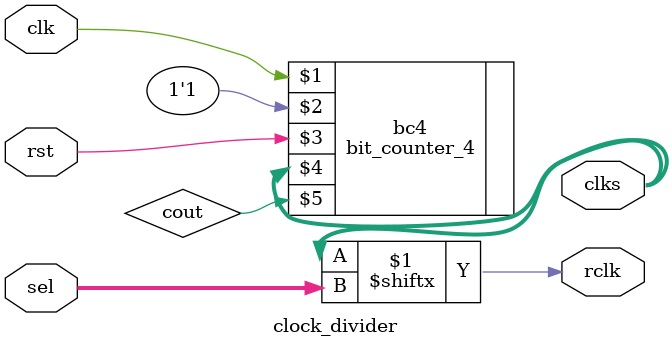
<source format=v>
module clock_divider(
	clk, sel, rst, clks, rclk
);

input clk;
input [1:0] sel;
input rst;
wire cout;

output wire [3:0] clks;
output rclk;

bit_counter_4 bc4(clk, 1'b1, rst, clks, cout);
assign rclk = clks[sel];

endmodule
</source>
